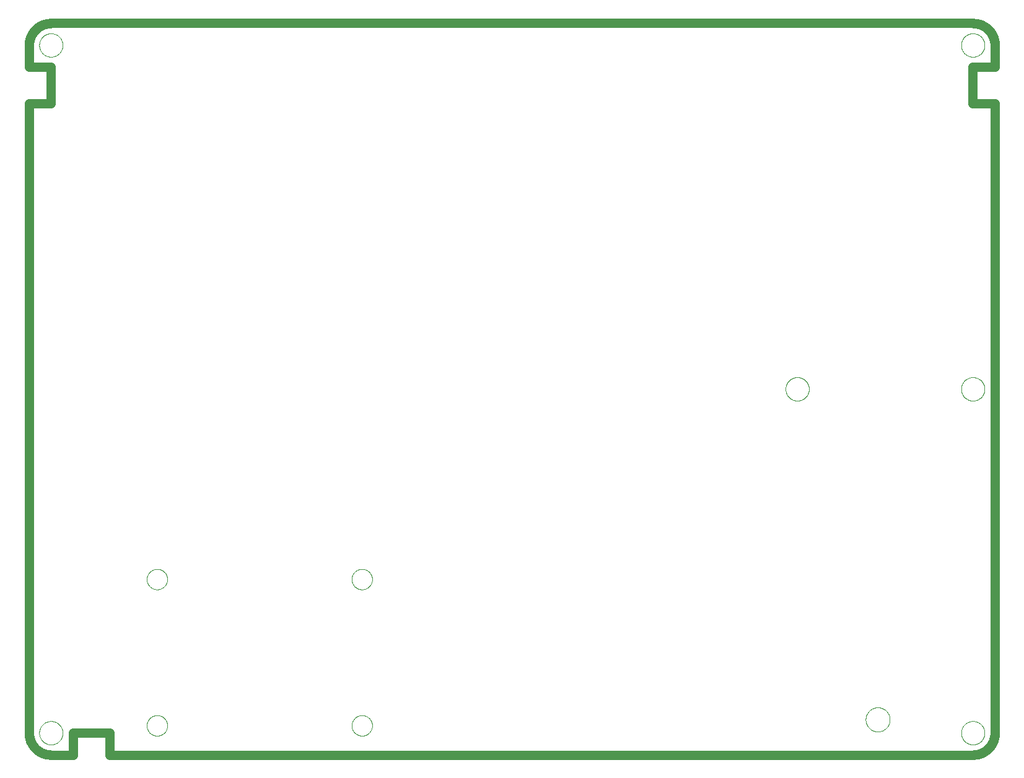
<source format=gbo>
G75*
%MOIN*%
%OFA0B0*%
%FSLAX25Y25*%
%IPPOS*%
%LPD*%
%AMOC8*
5,1,8,0,0,1.08239X$1,22.5*
%
%ADD10C,0.05000*%
%ADD11C,0.00000*%
D10*
X0006738Y0015563D02*
X0006738Y0354146D01*
X0018549Y0354146D01*
X0018549Y0373831D01*
X0006738Y0373831D01*
X0006738Y0385642D01*
X0006741Y0385927D01*
X0006752Y0386213D01*
X0006769Y0386498D01*
X0006793Y0386782D01*
X0006824Y0387066D01*
X0006862Y0387349D01*
X0006907Y0387630D01*
X0006958Y0387911D01*
X0007016Y0388191D01*
X0007081Y0388469D01*
X0007153Y0388745D01*
X0007231Y0389019D01*
X0007316Y0389292D01*
X0007408Y0389562D01*
X0007506Y0389830D01*
X0007610Y0390096D01*
X0007721Y0390359D01*
X0007838Y0390619D01*
X0007961Y0390877D01*
X0008091Y0391131D01*
X0008227Y0391382D01*
X0008368Y0391630D01*
X0008516Y0391874D01*
X0008669Y0392115D01*
X0008829Y0392351D01*
X0008994Y0392584D01*
X0009164Y0392813D01*
X0009340Y0393038D01*
X0009522Y0393258D01*
X0009708Y0393474D01*
X0009900Y0393685D01*
X0010097Y0393892D01*
X0010299Y0394094D01*
X0010506Y0394291D01*
X0010717Y0394483D01*
X0010933Y0394669D01*
X0011153Y0394851D01*
X0011378Y0395027D01*
X0011607Y0395197D01*
X0011840Y0395362D01*
X0012076Y0395522D01*
X0012317Y0395675D01*
X0012561Y0395823D01*
X0012809Y0395964D01*
X0013060Y0396100D01*
X0013314Y0396230D01*
X0013572Y0396353D01*
X0013832Y0396470D01*
X0014095Y0396581D01*
X0014361Y0396685D01*
X0014629Y0396783D01*
X0014899Y0396875D01*
X0015172Y0396960D01*
X0015446Y0397038D01*
X0015722Y0397110D01*
X0016000Y0397175D01*
X0016280Y0397233D01*
X0016561Y0397284D01*
X0016842Y0397329D01*
X0017125Y0397367D01*
X0017409Y0397398D01*
X0017693Y0397422D01*
X0017978Y0397439D01*
X0018264Y0397450D01*
X0018549Y0397453D01*
X0514612Y0397453D01*
X0514897Y0397450D01*
X0515183Y0397439D01*
X0515468Y0397422D01*
X0515752Y0397398D01*
X0516036Y0397367D01*
X0516319Y0397329D01*
X0516600Y0397284D01*
X0516881Y0397233D01*
X0517161Y0397175D01*
X0517439Y0397110D01*
X0517715Y0397038D01*
X0517989Y0396960D01*
X0518262Y0396875D01*
X0518532Y0396783D01*
X0518800Y0396685D01*
X0519066Y0396581D01*
X0519329Y0396470D01*
X0519589Y0396353D01*
X0519847Y0396230D01*
X0520101Y0396100D01*
X0520352Y0395964D01*
X0520600Y0395823D01*
X0520844Y0395675D01*
X0521085Y0395522D01*
X0521321Y0395362D01*
X0521554Y0395197D01*
X0521783Y0395027D01*
X0522008Y0394851D01*
X0522228Y0394669D01*
X0522444Y0394483D01*
X0522655Y0394291D01*
X0522862Y0394094D01*
X0523064Y0393892D01*
X0523261Y0393685D01*
X0523453Y0393474D01*
X0523639Y0393258D01*
X0523821Y0393038D01*
X0523997Y0392813D01*
X0524167Y0392584D01*
X0524332Y0392351D01*
X0524492Y0392115D01*
X0524645Y0391874D01*
X0524793Y0391630D01*
X0524934Y0391382D01*
X0525070Y0391131D01*
X0525200Y0390877D01*
X0525323Y0390619D01*
X0525440Y0390359D01*
X0525551Y0390096D01*
X0525655Y0389830D01*
X0525753Y0389562D01*
X0525845Y0389292D01*
X0525930Y0389019D01*
X0526008Y0388745D01*
X0526080Y0388469D01*
X0526145Y0388191D01*
X0526203Y0387911D01*
X0526254Y0387630D01*
X0526299Y0387349D01*
X0526337Y0387066D01*
X0526368Y0386782D01*
X0526392Y0386498D01*
X0526409Y0386213D01*
X0526420Y0385927D01*
X0526423Y0385642D01*
X0526423Y0373831D01*
X0514612Y0373831D01*
X0514612Y0354146D01*
X0526423Y0354146D01*
X0526423Y0015563D01*
X0526420Y0015278D01*
X0526409Y0014992D01*
X0526392Y0014707D01*
X0526368Y0014423D01*
X0526337Y0014139D01*
X0526299Y0013856D01*
X0526254Y0013575D01*
X0526203Y0013294D01*
X0526145Y0013014D01*
X0526080Y0012736D01*
X0526008Y0012460D01*
X0525930Y0012186D01*
X0525845Y0011913D01*
X0525753Y0011643D01*
X0525655Y0011375D01*
X0525551Y0011109D01*
X0525440Y0010846D01*
X0525323Y0010586D01*
X0525200Y0010328D01*
X0525070Y0010074D01*
X0524934Y0009823D01*
X0524793Y0009575D01*
X0524645Y0009331D01*
X0524492Y0009090D01*
X0524332Y0008854D01*
X0524167Y0008621D01*
X0523997Y0008392D01*
X0523821Y0008167D01*
X0523639Y0007947D01*
X0523453Y0007731D01*
X0523261Y0007520D01*
X0523064Y0007313D01*
X0522862Y0007111D01*
X0522655Y0006914D01*
X0522444Y0006722D01*
X0522228Y0006536D01*
X0522008Y0006354D01*
X0521783Y0006178D01*
X0521554Y0006008D01*
X0521321Y0005843D01*
X0521085Y0005683D01*
X0520844Y0005530D01*
X0520600Y0005382D01*
X0520352Y0005241D01*
X0520101Y0005105D01*
X0519847Y0004975D01*
X0519589Y0004852D01*
X0519329Y0004735D01*
X0519066Y0004624D01*
X0518800Y0004520D01*
X0518532Y0004422D01*
X0518262Y0004330D01*
X0517989Y0004245D01*
X0517715Y0004167D01*
X0517439Y0004095D01*
X0517161Y0004030D01*
X0516881Y0003972D01*
X0516600Y0003921D01*
X0516319Y0003876D01*
X0516036Y0003838D01*
X0515752Y0003807D01*
X0515468Y0003783D01*
X0515183Y0003766D01*
X0514897Y0003755D01*
X0514612Y0003752D01*
X0050045Y0003752D01*
X0050045Y0015563D01*
X0030360Y0015563D01*
X0030360Y0003752D01*
X0018549Y0003752D01*
X0018264Y0003755D01*
X0017978Y0003766D01*
X0017693Y0003783D01*
X0017409Y0003807D01*
X0017125Y0003838D01*
X0016842Y0003876D01*
X0016561Y0003921D01*
X0016280Y0003972D01*
X0016000Y0004030D01*
X0015722Y0004095D01*
X0015446Y0004167D01*
X0015172Y0004245D01*
X0014899Y0004330D01*
X0014629Y0004422D01*
X0014361Y0004520D01*
X0014095Y0004624D01*
X0013832Y0004735D01*
X0013572Y0004852D01*
X0013314Y0004975D01*
X0013060Y0005105D01*
X0012809Y0005241D01*
X0012561Y0005382D01*
X0012317Y0005530D01*
X0012076Y0005683D01*
X0011840Y0005843D01*
X0011607Y0006008D01*
X0011378Y0006178D01*
X0011153Y0006354D01*
X0010933Y0006536D01*
X0010717Y0006722D01*
X0010506Y0006914D01*
X0010299Y0007111D01*
X0010097Y0007313D01*
X0009900Y0007520D01*
X0009708Y0007731D01*
X0009522Y0007947D01*
X0009340Y0008167D01*
X0009164Y0008392D01*
X0008994Y0008621D01*
X0008829Y0008854D01*
X0008669Y0009090D01*
X0008516Y0009331D01*
X0008368Y0009575D01*
X0008227Y0009823D01*
X0008091Y0010074D01*
X0007961Y0010328D01*
X0007838Y0010586D01*
X0007721Y0010846D01*
X0007610Y0011109D01*
X0007506Y0011375D01*
X0007408Y0011643D01*
X0007316Y0011913D01*
X0007231Y0012186D01*
X0007153Y0012460D01*
X0007081Y0012736D01*
X0007016Y0013014D01*
X0006958Y0013294D01*
X0006907Y0013575D01*
X0006862Y0013856D01*
X0006824Y0014139D01*
X0006793Y0014423D01*
X0006769Y0014707D01*
X0006752Y0014992D01*
X0006741Y0015278D01*
X0006738Y0015563D01*
D11*
X0012250Y0015563D02*
X0012252Y0015721D01*
X0012258Y0015879D01*
X0012268Y0016037D01*
X0012282Y0016195D01*
X0012300Y0016352D01*
X0012321Y0016509D01*
X0012347Y0016665D01*
X0012377Y0016821D01*
X0012410Y0016976D01*
X0012448Y0017129D01*
X0012489Y0017282D01*
X0012534Y0017434D01*
X0012583Y0017585D01*
X0012636Y0017734D01*
X0012692Y0017882D01*
X0012752Y0018028D01*
X0012816Y0018173D01*
X0012884Y0018316D01*
X0012955Y0018458D01*
X0013029Y0018598D01*
X0013107Y0018735D01*
X0013189Y0018871D01*
X0013273Y0019005D01*
X0013362Y0019136D01*
X0013453Y0019265D01*
X0013548Y0019392D01*
X0013645Y0019517D01*
X0013746Y0019639D01*
X0013850Y0019758D01*
X0013957Y0019875D01*
X0014067Y0019989D01*
X0014180Y0020100D01*
X0014295Y0020209D01*
X0014413Y0020314D01*
X0014534Y0020416D01*
X0014657Y0020516D01*
X0014783Y0020612D01*
X0014911Y0020705D01*
X0015041Y0020795D01*
X0015174Y0020881D01*
X0015309Y0020965D01*
X0015445Y0021044D01*
X0015584Y0021121D01*
X0015725Y0021193D01*
X0015867Y0021263D01*
X0016011Y0021328D01*
X0016157Y0021390D01*
X0016304Y0021448D01*
X0016453Y0021503D01*
X0016603Y0021554D01*
X0016754Y0021601D01*
X0016906Y0021644D01*
X0017059Y0021683D01*
X0017214Y0021719D01*
X0017369Y0021750D01*
X0017525Y0021778D01*
X0017681Y0021802D01*
X0017838Y0021822D01*
X0017996Y0021838D01*
X0018153Y0021850D01*
X0018312Y0021858D01*
X0018470Y0021862D01*
X0018628Y0021862D01*
X0018786Y0021858D01*
X0018945Y0021850D01*
X0019102Y0021838D01*
X0019260Y0021822D01*
X0019417Y0021802D01*
X0019573Y0021778D01*
X0019729Y0021750D01*
X0019884Y0021719D01*
X0020039Y0021683D01*
X0020192Y0021644D01*
X0020344Y0021601D01*
X0020495Y0021554D01*
X0020645Y0021503D01*
X0020794Y0021448D01*
X0020941Y0021390D01*
X0021087Y0021328D01*
X0021231Y0021263D01*
X0021373Y0021193D01*
X0021514Y0021121D01*
X0021653Y0021044D01*
X0021789Y0020965D01*
X0021924Y0020881D01*
X0022057Y0020795D01*
X0022187Y0020705D01*
X0022315Y0020612D01*
X0022441Y0020516D01*
X0022564Y0020416D01*
X0022685Y0020314D01*
X0022803Y0020209D01*
X0022918Y0020100D01*
X0023031Y0019989D01*
X0023141Y0019875D01*
X0023248Y0019758D01*
X0023352Y0019639D01*
X0023453Y0019517D01*
X0023550Y0019392D01*
X0023645Y0019265D01*
X0023736Y0019136D01*
X0023825Y0019005D01*
X0023909Y0018871D01*
X0023991Y0018735D01*
X0024069Y0018598D01*
X0024143Y0018458D01*
X0024214Y0018316D01*
X0024282Y0018173D01*
X0024346Y0018028D01*
X0024406Y0017882D01*
X0024462Y0017734D01*
X0024515Y0017585D01*
X0024564Y0017434D01*
X0024609Y0017282D01*
X0024650Y0017129D01*
X0024688Y0016976D01*
X0024721Y0016821D01*
X0024751Y0016665D01*
X0024777Y0016509D01*
X0024798Y0016352D01*
X0024816Y0016195D01*
X0024830Y0016037D01*
X0024840Y0015879D01*
X0024846Y0015721D01*
X0024848Y0015563D01*
X0024846Y0015405D01*
X0024840Y0015247D01*
X0024830Y0015089D01*
X0024816Y0014931D01*
X0024798Y0014774D01*
X0024777Y0014617D01*
X0024751Y0014461D01*
X0024721Y0014305D01*
X0024688Y0014150D01*
X0024650Y0013997D01*
X0024609Y0013844D01*
X0024564Y0013692D01*
X0024515Y0013541D01*
X0024462Y0013392D01*
X0024406Y0013244D01*
X0024346Y0013098D01*
X0024282Y0012953D01*
X0024214Y0012810D01*
X0024143Y0012668D01*
X0024069Y0012528D01*
X0023991Y0012391D01*
X0023909Y0012255D01*
X0023825Y0012121D01*
X0023736Y0011990D01*
X0023645Y0011861D01*
X0023550Y0011734D01*
X0023453Y0011609D01*
X0023352Y0011487D01*
X0023248Y0011368D01*
X0023141Y0011251D01*
X0023031Y0011137D01*
X0022918Y0011026D01*
X0022803Y0010917D01*
X0022685Y0010812D01*
X0022564Y0010710D01*
X0022441Y0010610D01*
X0022315Y0010514D01*
X0022187Y0010421D01*
X0022057Y0010331D01*
X0021924Y0010245D01*
X0021789Y0010161D01*
X0021653Y0010082D01*
X0021514Y0010005D01*
X0021373Y0009933D01*
X0021231Y0009863D01*
X0021087Y0009798D01*
X0020941Y0009736D01*
X0020794Y0009678D01*
X0020645Y0009623D01*
X0020495Y0009572D01*
X0020344Y0009525D01*
X0020192Y0009482D01*
X0020039Y0009443D01*
X0019884Y0009407D01*
X0019729Y0009376D01*
X0019573Y0009348D01*
X0019417Y0009324D01*
X0019260Y0009304D01*
X0019102Y0009288D01*
X0018945Y0009276D01*
X0018786Y0009268D01*
X0018628Y0009264D01*
X0018470Y0009264D01*
X0018312Y0009268D01*
X0018153Y0009276D01*
X0017996Y0009288D01*
X0017838Y0009304D01*
X0017681Y0009324D01*
X0017525Y0009348D01*
X0017369Y0009376D01*
X0017214Y0009407D01*
X0017059Y0009443D01*
X0016906Y0009482D01*
X0016754Y0009525D01*
X0016603Y0009572D01*
X0016453Y0009623D01*
X0016304Y0009678D01*
X0016157Y0009736D01*
X0016011Y0009798D01*
X0015867Y0009863D01*
X0015725Y0009933D01*
X0015584Y0010005D01*
X0015445Y0010082D01*
X0015309Y0010161D01*
X0015174Y0010245D01*
X0015041Y0010331D01*
X0014911Y0010421D01*
X0014783Y0010514D01*
X0014657Y0010610D01*
X0014534Y0010710D01*
X0014413Y0010812D01*
X0014295Y0010917D01*
X0014180Y0011026D01*
X0014067Y0011137D01*
X0013957Y0011251D01*
X0013850Y0011368D01*
X0013746Y0011487D01*
X0013645Y0011609D01*
X0013548Y0011734D01*
X0013453Y0011861D01*
X0013362Y0011990D01*
X0013273Y0012121D01*
X0013189Y0012255D01*
X0013107Y0012391D01*
X0013029Y0012528D01*
X0012955Y0012668D01*
X0012884Y0012810D01*
X0012816Y0012953D01*
X0012752Y0013098D01*
X0012692Y0013244D01*
X0012636Y0013392D01*
X0012583Y0013541D01*
X0012534Y0013692D01*
X0012489Y0013844D01*
X0012448Y0013997D01*
X0012410Y0014150D01*
X0012377Y0014305D01*
X0012347Y0014461D01*
X0012321Y0014617D01*
X0012300Y0014774D01*
X0012282Y0014931D01*
X0012268Y0015089D01*
X0012258Y0015247D01*
X0012252Y0015405D01*
X0012250Y0015563D01*
X0070124Y0019500D02*
X0070126Y0019648D01*
X0070132Y0019796D01*
X0070142Y0019944D01*
X0070156Y0020091D01*
X0070174Y0020238D01*
X0070195Y0020384D01*
X0070221Y0020530D01*
X0070251Y0020675D01*
X0070284Y0020819D01*
X0070322Y0020962D01*
X0070363Y0021104D01*
X0070408Y0021245D01*
X0070456Y0021385D01*
X0070509Y0021524D01*
X0070565Y0021661D01*
X0070625Y0021796D01*
X0070688Y0021930D01*
X0070755Y0022062D01*
X0070826Y0022192D01*
X0070900Y0022320D01*
X0070977Y0022446D01*
X0071058Y0022570D01*
X0071142Y0022692D01*
X0071229Y0022811D01*
X0071320Y0022928D01*
X0071414Y0023043D01*
X0071510Y0023155D01*
X0071610Y0023265D01*
X0071712Y0023371D01*
X0071818Y0023475D01*
X0071926Y0023576D01*
X0072037Y0023674D01*
X0072150Y0023770D01*
X0072266Y0023862D01*
X0072384Y0023951D01*
X0072505Y0024036D01*
X0072628Y0024119D01*
X0072753Y0024198D01*
X0072880Y0024274D01*
X0073009Y0024346D01*
X0073140Y0024415D01*
X0073273Y0024480D01*
X0073408Y0024541D01*
X0073544Y0024599D01*
X0073681Y0024654D01*
X0073820Y0024704D01*
X0073961Y0024751D01*
X0074102Y0024794D01*
X0074245Y0024834D01*
X0074389Y0024869D01*
X0074533Y0024901D01*
X0074679Y0024928D01*
X0074825Y0024952D01*
X0074972Y0024972D01*
X0075119Y0024988D01*
X0075266Y0025000D01*
X0075414Y0025008D01*
X0075562Y0025012D01*
X0075710Y0025012D01*
X0075858Y0025008D01*
X0076006Y0025000D01*
X0076153Y0024988D01*
X0076300Y0024972D01*
X0076447Y0024952D01*
X0076593Y0024928D01*
X0076739Y0024901D01*
X0076883Y0024869D01*
X0077027Y0024834D01*
X0077170Y0024794D01*
X0077311Y0024751D01*
X0077452Y0024704D01*
X0077591Y0024654D01*
X0077728Y0024599D01*
X0077864Y0024541D01*
X0077999Y0024480D01*
X0078132Y0024415D01*
X0078263Y0024346D01*
X0078392Y0024274D01*
X0078519Y0024198D01*
X0078644Y0024119D01*
X0078767Y0024036D01*
X0078888Y0023951D01*
X0079006Y0023862D01*
X0079122Y0023770D01*
X0079235Y0023674D01*
X0079346Y0023576D01*
X0079454Y0023475D01*
X0079560Y0023371D01*
X0079662Y0023265D01*
X0079762Y0023155D01*
X0079858Y0023043D01*
X0079952Y0022928D01*
X0080043Y0022811D01*
X0080130Y0022692D01*
X0080214Y0022570D01*
X0080295Y0022446D01*
X0080372Y0022320D01*
X0080446Y0022192D01*
X0080517Y0022062D01*
X0080584Y0021930D01*
X0080647Y0021796D01*
X0080707Y0021661D01*
X0080763Y0021524D01*
X0080816Y0021385D01*
X0080864Y0021245D01*
X0080909Y0021104D01*
X0080950Y0020962D01*
X0080988Y0020819D01*
X0081021Y0020675D01*
X0081051Y0020530D01*
X0081077Y0020384D01*
X0081098Y0020238D01*
X0081116Y0020091D01*
X0081130Y0019944D01*
X0081140Y0019796D01*
X0081146Y0019648D01*
X0081148Y0019500D01*
X0081146Y0019352D01*
X0081140Y0019204D01*
X0081130Y0019056D01*
X0081116Y0018909D01*
X0081098Y0018762D01*
X0081077Y0018616D01*
X0081051Y0018470D01*
X0081021Y0018325D01*
X0080988Y0018181D01*
X0080950Y0018038D01*
X0080909Y0017896D01*
X0080864Y0017755D01*
X0080816Y0017615D01*
X0080763Y0017476D01*
X0080707Y0017339D01*
X0080647Y0017204D01*
X0080584Y0017070D01*
X0080517Y0016938D01*
X0080446Y0016808D01*
X0080372Y0016680D01*
X0080295Y0016554D01*
X0080214Y0016430D01*
X0080130Y0016308D01*
X0080043Y0016189D01*
X0079952Y0016072D01*
X0079858Y0015957D01*
X0079762Y0015845D01*
X0079662Y0015735D01*
X0079560Y0015629D01*
X0079454Y0015525D01*
X0079346Y0015424D01*
X0079235Y0015326D01*
X0079122Y0015230D01*
X0079006Y0015138D01*
X0078888Y0015049D01*
X0078767Y0014964D01*
X0078644Y0014881D01*
X0078519Y0014802D01*
X0078392Y0014726D01*
X0078263Y0014654D01*
X0078132Y0014585D01*
X0077999Y0014520D01*
X0077864Y0014459D01*
X0077728Y0014401D01*
X0077591Y0014346D01*
X0077452Y0014296D01*
X0077311Y0014249D01*
X0077170Y0014206D01*
X0077027Y0014166D01*
X0076883Y0014131D01*
X0076739Y0014099D01*
X0076593Y0014072D01*
X0076447Y0014048D01*
X0076300Y0014028D01*
X0076153Y0014012D01*
X0076006Y0014000D01*
X0075858Y0013992D01*
X0075710Y0013988D01*
X0075562Y0013988D01*
X0075414Y0013992D01*
X0075266Y0014000D01*
X0075119Y0014012D01*
X0074972Y0014028D01*
X0074825Y0014048D01*
X0074679Y0014072D01*
X0074533Y0014099D01*
X0074389Y0014131D01*
X0074245Y0014166D01*
X0074102Y0014206D01*
X0073961Y0014249D01*
X0073820Y0014296D01*
X0073681Y0014346D01*
X0073544Y0014401D01*
X0073408Y0014459D01*
X0073273Y0014520D01*
X0073140Y0014585D01*
X0073009Y0014654D01*
X0072880Y0014726D01*
X0072753Y0014802D01*
X0072628Y0014881D01*
X0072505Y0014964D01*
X0072384Y0015049D01*
X0072266Y0015138D01*
X0072150Y0015230D01*
X0072037Y0015326D01*
X0071926Y0015424D01*
X0071818Y0015525D01*
X0071712Y0015629D01*
X0071610Y0015735D01*
X0071510Y0015845D01*
X0071414Y0015957D01*
X0071320Y0016072D01*
X0071229Y0016189D01*
X0071142Y0016308D01*
X0071058Y0016430D01*
X0070977Y0016554D01*
X0070900Y0016680D01*
X0070826Y0016808D01*
X0070755Y0016938D01*
X0070688Y0017070D01*
X0070625Y0017204D01*
X0070565Y0017339D01*
X0070509Y0017476D01*
X0070456Y0017615D01*
X0070408Y0017755D01*
X0070363Y0017896D01*
X0070322Y0018038D01*
X0070284Y0018181D01*
X0070251Y0018325D01*
X0070221Y0018470D01*
X0070195Y0018616D01*
X0070174Y0018762D01*
X0070156Y0018909D01*
X0070142Y0019056D01*
X0070132Y0019204D01*
X0070126Y0019352D01*
X0070124Y0019500D01*
X0070124Y0098240D02*
X0070126Y0098388D01*
X0070132Y0098536D01*
X0070142Y0098684D01*
X0070156Y0098831D01*
X0070174Y0098978D01*
X0070195Y0099124D01*
X0070221Y0099270D01*
X0070251Y0099415D01*
X0070284Y0099559D01*
X0070322Y0099702D01*
X0070363Y0099844D01*
X0070408Y0099985D01*
X0070456Y0100125D01*
X0070509Y0100264D01*
X0070565Y0100401D01*
X0070625Y0100536D01*
X0070688Y0100670D01*
X0070755Y0100802D01*
X0070826Y0100932D01*
X0070900Y0101060D01*
X0070977Y0101186D01*
X0071058Y0101310D01*
X0071142Y0101432D01*
X0071229Y0101551D01*
X0071320Y0101668D01*
X0071414Y0101783D01*
X0071510Y0101895D01*
X0071610Y0102005D01*
X0071712Y0102111D01*
X0071818Y0102215D01*
X0071926Y0102316D01*
X0072037Y0102414D01*
X0072150Y0102510D01*
X0072266Y0102602D01*
X0072384Y0102691D01*
X0072505Y0102776D01*
X0072628Y0102859D01*
X0072753Y0102938D01*
X0072880Y0103014D01*
X0073009Y0103086D01*
X0073140Y0103155D01*
X0073273Y0103220D01*
X0073408Y0103281D01*
X0073544Y0103339D01*
X0073681Y0103394D01*
X0073820Y0103444D01*
X0073961Y0103491D01*
X0074102Y0103534D01*
X0074245Y0103574D01*
X0074389Y0103609D01*
X0074533Y0103641D01*
X0074679Y0103668D01*
X0074825Y0103692D01*
X0074972Y0103712D01*
X0075119Y0103728D01*
X0075266Y0103740D01*
X0075414Y0103748D01*
X0075562Y0103752D01*
X0075710Y0103752D01*
X0075858Y0103748D01*
X0076006Y0103740D01*
X0076153Y0103728D01*
X0076300Y0103712D01*
X0076447Y0103692D01*
X0076593Y0103668D01*
X0076739Y0103641D01*
X0076883Y0103609D01*
X0077027Y0103574D01*
X0077170Y0103534D01*
X0077311Y0103491D01*
X0077452Y0103444D01*
X0077591Y0103394D01*
X0077728Y0103339D01*
X0077864Y0103281D01*
X0077999Y0103220D01*
X0078132Y0103155D01*
X0078263Y0103086D01*
X0078392Y0103014D01*
X0078519Y0102938D01*
X0078644Y0102859D01*
X0078767Y0102776D01*
X0078888Y0102691D01*
X0079006Y0102602D01*
X0079122Y0102510D01*
X0079235Y0102414D01*
X0079346Y0102316D01*
X0079454Y0102215D01*
X0079560Y0102111D01*
X0079662Y0102005D01*
X0079762Y0101895D01*
X0079858Y0101783D01*
X0079952Y0101668D01*
X0080043Y0101551D01*
X0080130Y0101432D01*
X0080214Y0101310D01*
X0080295Y0101186D01*
X0080372Y0101060D01*
X0080446Y0100932D01*
X0080517Y0100802D01*
X0080584Y0100670D01*
X0080647Y0100536D01*
X0080707Y0100401D01*
X0080763Y0100264D01*
X0080816Y0100125D01*
X0080864Y0099985D01*
X0080909Y0099844D01*
X0080950Y0099702D01*
X0080988Y0099559D01*
X0081021Y0099415D01*
X0081051Y0099270D01*
X0081077Y0099124D01*
X0081098Y0098978D01*
X0081116Y0098831D01*
X0081130Y0098684D01*
X0081140Y0098536D01*
X0081146Y0098388D01*
X0081148Y0098240D01*
X0081146Y0098092D01*
X0081140Y0097944D01*
X0081130Y0097796D01*
X0081116Y0097649D01*
X0081098Y0097502D01*
X0081077Y0097356D01*
X0081051Y0097210D01*
X0081021Y0097065D01*
X0080988Y0096921D01*
X0080950Y0096778D01*
X0080909Y0096636D01*
X0080864Y0096495D01*
X0080816Y0096355D01*
X0080763Y0096216D01*
X0080707Y0096079D01*
X0080647Y0095944D01*
X0080584Y0095810D01*
X0080517Y0095678D01*
X0080446Y0095548D01*
X0080372Y0095420D01*
X0080295Y0095294D01*
X0080214Y0095170D01*
X0080130Y0095048D01*
X0080043Y0094929D01*
X0079952Y0094812D01*
X0079858Y0094697D01*
X0079762Y0094585D01*
X0079662Y0094475D01*
X0079560Y0094369D01*
X0079454Y0094265D01*
X0079346Y0094164D01*
X0079235Y0094066D01*
X0079122Y0093970D01*
X0079006Y0093878D01*
X0078888Y0093789D01*
X0078767Y0093704D01*
X0078644Y0093621D01*
X0078519Y0093542D01*
X0078392Y0093466D01*
X0078263Y0093394D01*
X0078132Y0093325D01*
X0077999Y0093260D01*
X0077864Y0093199D01*
X0077728Y0093141D01*
X0077591Y0093086D01*
X0077452Y0093036D01*
X0077311Y0092989D01*
X0077170Y0092946D01*
X0077027Y0092906D01*
X0076883Y0092871D01*
X0076739Y0092839D01*
X0076593Y0092812D01*
X0076447Y0092788D01*
X0076300Y0092768D01*
X0076153Y0092752D01*
X0076006Y0092740D01*
X0075858Y0092732D01*
X0075710Y0092728D01*
X0075562Y0092728D01*
X0075414Y0092732D01*
X0075266Y0092740D01*
X0075119Y0092752D01*
X0074972Y0092768D01*
X0074825Y0092788D01*
X0074679Y0092812D01*
X0074533Y0092839D01*
X0074389Y0092871D01*
X0074245Y0092906D01*
X0074102Y0092946D01*
X0073961Y0092989D01*
X0073820Y0093036D01*
X0073681Y0093086D01*
X0073544Y0093141D01*
X0073408Y0093199D01*
X0073273Y0093260D01*
X0073140Y0093325D01*
X0073009Y0093394D01*
X0072880Y0093466D01*
X0072753Y0093542D01*
X0072628Y0093621D01*
X0072505Y0093704D01*
X0072384Y0093789D01*
X0072266Y0093878D01*
X0072150Y0093970D01*
X0072037Y0094066D01*
X0071926Y0094164D01*
X0071818Y0094265D01*
X0071712Y0094369D01*
X0071610Y0094475D01*
X0071510Y0094585D01*
X0071414Y0094697D01*
X0071320Y0094812D01*
X0071229Y0094929D01*
X0071142Y0095048D01*
X0071058Y0095170D01*
X0070977Y0095294D01*
X0070900Y0095420D01*
X0070826Y0095548D01*
X0070755Y0095678D01*
X0070688Y0095810D01*
X0070625Y0095944D01*
X0070565Y0096079D01*
X0070509Y0096216D01*
X0070456Y0096355D01*
X0070408Y0096495D01*
X0070363Y0096636D01*
X0070322Y0096778D01*
X0070284Y0096921D01*
X0070251Y0097065D01*
X0070221Y0097210D01*
X0070195Y0097356D01*
X0070174Y0097502D01*
X0070156Y0097649D01*
X0070142Y0097796D01*
X0070132Y0097944D01*
X0070126Y0098092D01*
X0070124Y0098240D01*
X0180360Y0098240D02*
X0180362Y0098388D01*
X0180368Y0098536D01*
X0180378Y0098684D01*
X0180392Y0098831D01*
X0180410Y0098978D01*
X0180431Y0099124D01*
X0180457Y0099270D01*
X0180487Y0099415D01*
X0180520Y0099559D01*
X0180558Y0099702D01*
X0180599Y0099844D01*
X0180644Y0099985D01*
X0180692Y0100125D01*
X0180745Y0100264D01*
X0180801Y0100401D01*
X0180861Y0100536D01*
X0180924Y0100670D01*
X0180991Y0100802D01*
X0181062Y0100932D01*
X0181136Y0101060D01*
X0181213Y0101186D01*
X0181294Y0101310D01*
X0181378Y0101432D01*
X0181465Y0101551D01*
X0181556Y0101668D01*
X0181650Y0101783D01*
X0181746Y0101895D01*
X0181846Y0102005D01*
X0181948Y0102111D01*
X0182054Y0102215D01*
X0182162Y0102316D01*
X0182273Y0102414D01*
X0182386Y0102510D01*
X0182502Y0102602D01*
X0182620Y0102691D01*
X0182741Y0102776D01*
X0182864Y0102859D01*
X0182989Y0102938D01*
X0183116Y0103014D01*
X0183245Y0103086D01*
X0183376Y0103155D01*
X0183509Y0103220D01*
X0183644Y0103281D01*
X0183780Y0103339D01*
X0183917Y0103394D01*
X0184056Y0103444D01*
X0184197Y0103491D01*
X0184338Y0103534D01*
X0184481Y0103574D01*
X0184625Y0103609D01*
X0184769Y0103641D01*
X0184915Y0103668D01*
X0185061Y0103692D01*
X0185208Y0103712D01*
X0185355Y0103728D01*
X0185502Y0103740D01*
X0185650Y0103748D01*
X0185798Y0103752D01*
X0185946Y0103752D01*
X0186094Y0103748D01*
X0186242Y0103740D01*
X0186389Y0103728D01*
X0186536Y0103712D01*
X0186683Y0103692D01*
X0186829Y0103668D01*
X0186975Y0103641D01*
X0187119Y0103609D01*
X0187263Y0103574D01*
X0187406Y0103534D01*
X0187547Y0103491D01*
X0187688Y0103444D01*
X0187827Y0103394D01*
X0187964Y0103339D01*
X0188100Y0103281D01*
X0188235Y0103220D01*
X0188368Y0103155D01*
X0188499Y0103086D01*
X0188628Y0103014D01*
X0188755Y0102938D01*
X0188880Y0102859D01*
X0189003Y0102776D01*
X0189124Y0102691D01*
X0189242Y0102602D01*
X0189358Y0102510D01*
X0189471Y0102414D01*
X0189582Y0102316D01*
X0189690Y0102215D01*
X0189796Y0102111D01*
X0189898Y0102005D01*
X0189998Y0101895D01*
X0190094Y0101783D01*
X0190188Y0101668D01*
X0190279Y0101551D01*
X0190366Y0101432D01*
X0190450Y0101310D01*
X0190531Y0101186D01*
X0190608Y0101060D01*
X0190682Y0100932D01*
X0190753Y0100802D01*
X0190820Y0100670D01*
X0190883Y0100536D01*
X0190943Y0100401D01*
X0190999Y0100264D01*
X0191052Y0100125D01*
X0191100Y0099985D01*
X0191145Y0099844D01*
X0191186Y0099702D01*
X0191224Y0099559D01*
X0191257Y0099415D01*
X0191287Y0099270D01*
X0191313Y0099124D01*
X0191334Y0098978D01*
X0191352Y0098831D01*
X0191366Y0098684D01*
X0191376Y0098536D01*
X0191382Y0098388D01*
X0191384Y0098240D01*
X0191382Y0098092D01*
X0191376Y0097944D01*
X0191366Y0097796D01*
X0191352Y0097649D01*
X0191334Y0097502D01*
X0191313Y0097356D01*
X0191287Y0097210D01*
X0191257Y0097065D01*
X0191224Y0096921D01*
X0191186Y0096778D01*
X0191145Y0096636D01*
X0191100Y0096495D01*
X0191052Y0096355D01*
X0190999Y0096216D01*
X0190943Y0096079D01*
X0190883Y0095944D01*
X0190820Y0095810D01*
X0190753Y0095678D01*
X0190682Y0095548D01*
X0190608Y0095420D01*
X0190531Y0095294D01*
X0190450Y0095170D01*
X0190366Y0095048D01*
X0190279Y0094929D01*
X0190188Y0094812D01*
X0190094Y0094697D01*
X0189998Y0094585D01*
X0189898Y0094475D01*
X0189796Y0094369D01*
X0189690Y0094265D01*
X0189582Y0094164D01*
X0189471Y0094066D01*
X0189358Y0093970D01*
X0189242Y0093878D01*
X0189124Y0093789D01*
X0189003Y0093704D01*
X0188880Y0093621D01*
X0188755Y0093542D01*
X0188628Y0093466D01*
X0188499Y0093394D01*
X0188368Y0093325D01*
X0188235Y0093260D01*
X0188100Y0093199D01*
X0187964Y0093141D01*
X0187827Y0093086D01*
X0187688Y0093036D01*
X0187547Y0092989D01*
X0187406Y0092946D01*
X0187263Y0092906D01*
X0187119Y0092871D01*
X0186975Y0092839D01*
X0186829Y0092812D01*
X0186683Y0092788D01*
X0186536Y0092768D01*
X0186389Y0092752D01*
X0186242Y0092740D01*
X0186094Y0092732D01*
X0185946Y0092728D01*
X0185798Y0092728D01*
X0185650Y0092732D01*
X0185502Y0092740D01*
X0185355Y0092752D01*
X0185208Y0092768D01*
X0185061Y0092788D01*
X0184915Y0092812D01*
X0184769Y0092839D01*
X0184625Y0092871D01*
X0184481Y0092906D01*
X0184338Y0092946D01*
X0184197Y0092989D01*
X0184056Y0093036D01*
X0183917Y0093086D01*
X0183780Y0093141D01*
X0183644Y0093199D01*
X0183509Y0093260D01*
X0183376Y0093325D01*
X0183245Y0093394D01*
X0183116Y0093466D01*
X0182989Y0093542D01*
X0182864Y0093621D01*
X0182741Y0093704D01*
X0182620Y0093789D01*
X0182502Y0093878D01*
X0182386Y0093970D01*
X0182273Y0094066D01*
X0182162Y0094164D01*
X0182054Y0094265D01*
X0181948Y0094369D01*
X0181846Y0094475D01*
X0181746Y0094585D01*
X0181650Y0094697D01*
X0181556Y0094812D01*
X0181465Y0094929D01*
X0181378Y0095048D01*
X0181294Y0095170D01*
X0181213Y0095294D01*
X0181136Y0095420D01*
X0181062Y0095548D01*
X0180991Y0095678D01*
X0180924Y0095810D01*
X0180861Y0095944D01*
X0180801Y0096079D01*
X0180745Y0096216D01*
X0180692Y0096355D01*
X0180644Y0096495D01*
X0180599Y0096636D01*
X0180558Y0096778D01*
X0180520Y0096921D01*
X0180487Y0097065D01*
X0180457Y0097210D01*
X0180431Y0097356D01*
X0180410Y0097502D01*
X0180392Y0097649D01*
X0180378Y0097796D01*
X0180368Y0097944D01*
X0180362Y0098092D01*
X0180360Y0098240D01*
X0180360Y0019500D02*
X0180362Y0019648D01*
X0180368Y0019796D01*
X0180378Y0019944D01*
X0180392Y0020091D01*
X0180410Y0020238D01*
X0180431Y0020384D01*
X0180457Y0020530D01*
X0180487Y0020675D01*
X0180520Y0020819D01*
X0180558Y0020962D01*
X0180599Y0021104D01*
X0180644Y0021245D01*
X0180692Y0021385D01*
X0180745Y0021524D01*
X0180801Y0021661D01*
X0180861Y0021796D01*
X0180924Y0021930D01*
X0180991Y0022062D01*
X0181062Y0022192D01*
X0181136Y0022320D01*
X0181213Y0022446D01*
X0181294Y0022570D01*
X0181378Y0022692D01*
X0181465Y0022811D01*
X0181556Y0022928D01*
X0181650Y0023043D01*
X0181746Y0023155D01*
X0181846Y0023265D01*
X0181948Y0023371D01*
X0182054Y0023475D01*
X0182162Y0023576D01*
X0182273Y0023674D01*
X0182386Y0023770D01*
X0182502Y0023862D01*
X0182620Y0023951D01*
X0182741Y0024036D01*
X0182864Y0024119D01*
X0182989Y0024198D01*
X0183116Y0024274D01*
X0183245Y0024346D01*
X0183376Y0024415D01*
X0183509Y0024480D01*
X0183644Y0024541D01*
X0183780Y0024599D01*
X0183917Y0024654D01*
X0184056Y0024704D01*
X0184197Y0024751D01*
X0184338Y0024794D01*
X0184481Y0024834D01*
X0184625Y0024869D01*
X0184769Y0024901D01*
X0184915Y0024928D01*
X0185061Y0024952D01*
X0185208Y0024972D01*
X0185355Y0024988D01*
X0185502Y0025000D01*
X0185650Y0025008D01*
X0185798Y0025012D01*
X0185946Y0025012D01*
X0186094Y0025008D01*
X0186242Y0025000D01*
X0186389Y0024988D01*
X0186536Y0024972D01*
X0186683Y0024952D01*
X0186829Y0024928D01*
X0186975Y0024901D01*
X0187119Y0024869D01*
X0187263Y0024834D01*
X0187406Y0024794D01*
X0187547Y0024751D01*
X0187688Y0024704D01*
X0187827Y0024654D01*
X0187964Y0024599D01*
X0188100Y0024541D01*
X0188235Y0024480D01*
X0188368Y0024415D01*
X0188499Y0024346D01*
X0188628Y0024274D01*
X0188755Y0024198D01*
X0188880Y0024119D01*
X0189003Y0024036D01*
X0189124Y0023951D01*
X0189242Y0023862D01*
X0189358Y0023770D01*
X0189471Y0023674D01*
X0189582Y0023576D01*
X0189690Y0023475D01*
X0189796Y0023371D01*
X0189898Y0023265D01*
X0189998Y0023155D01*
X0190094Y0023043D01*
X0190188Y0022928D01*
X0190279Y0022811D01*
X0190366Y0022692D01*
X0190450Y0022570D01*
X0190531Y0022446D01*
X0190608Y0022320D01*
X0190682Y0022192D01*
X0190753Y0022062D01*
X0190820Y0021930D01*
X0190883Y0021796D01*
X0190943Y0021661D01*
X0190999Y0021524D01*
X0191052Y0021385D01*
X0191100Y0021245D01*
X0191145Y0021104D01*
X0191186Y0020962D01*
X0191224Y0020819D01*
X0191257Y0020675D01*
X0191287Y0020530D01*
X0191313Y0020384D01*
X0191334Y0020238D01*
X0191352Y0020091D01*
X0191366Y0019944D01*
X0191376Y0019796D01*
X0191382Y0019648D01*
X0191384Y0019500D01*
X0191382Y0019352D01*
X0191376Y0019204D01*
X0191366Y0019056D01*
X0191352Y0018909D01*
X0191334Y0018762D01*
X0191313Y0018616D01*
X0191287Y0018470D01*
X0191257Y0018325D01*
X0191224Y0018181D01*
X0191186Y0018038D01*
X0191145Y0017896D01*
X0191100Y0017755D01*
X0191052Y0017615D01*
X0190999Y0017476D01*
X0190943Y0017339D01*
X0190883Y0017204D01*
X0190820Y0017070D01*
X0190753Y0016938D01*
X0190682Y0016808D01*
X0190608Y0016680D01*
X0190531Y0016554D01*
X0190450Y0016430D01*
X0190366Y0016308D01*
X0190279Y0016189D01*
X0190188Y0016072D01*
X0190094Y0015957D01*
X0189998Y0015845D01*
X0189898Y0015735D01*
X0189796Y0015629D01*
X0189690Y0015525D01*
X0189582Y0015424D01*
X0189471Y0015326D01*
X0189358Y0015230D01*
X0189242Y0015138D01*
X0189124Y0015049D01*
X0189003Y0014964D01*
X0188880Y0014881D01*
X0188755Y0014802D01*
X0188628Y0014726D01*
X0188499Y0014654D01*
X0188368Y0014585D01*
X0188235Y0014520D01*
X0188100Y0014459D01*
X0187964Y0014401D01*
X0187827Y0014346D01*
X0187688Y0014296D01*
X0187547Y0014249D01*
X0187406Y0014206D01*
X0187263Y0014166D01*
X0187119Y0014131D01*
X0186975Y0014099D01*
X0186829Y0014072D01*
X0186683Y0014048D01*
X0186536Y0014028D01*
X0186389Y0014012D01*
X0186242Y0014000D01*
X0186094Y0013992D01*
X0185946Y0013988D01*
X0185798Y0013988D01*
X0185650Y0013992D01*
X0185502Y0014000D01*
X0185355Y0014012D01*
X0185208Y0014028D01*
X0185061Y0014048D01*
X0184915Y0014072D01*
X0184769Y0014099D01*
X0184625Y0014131D01*
X0184481Y0014166D01*
X0184338Y0014206D01*
X0184197Y0014249D01*
X0184056Y0014296D01*
X0183917Y0014346D01*
X0183780Y0014401D01*
X0183644Y0014459D01*
X0183509Y0014520D01*
X0183376Y0014585D01*
X0183245Y0014654D01*
X0183116Y0014726D01*
X0182989Y0014802D01*
X0182864Y0014881D01*
X0182741Y0014964D01*
X0182620Y0015049D01*
X0182502Y0015138D01*
X0182386Y0015230D01*
X0182273Y0015326D01*
X0182162Y0015424D01*
X0182054Y0015525D01*
X0181948Y0015629D01*
X0181846Y0015735D01*
X0181746Y0015845D01*
X0181650Y0015957D01*
X0181556Y0016072D01*
X0181465Y0016189D01*
X0181378Y0016308D01*
X0181294Y0016430D01*
X0181213Y0016554D01*
X0181136Y0016680D01*
X0181062Y0016808D01*
X0180991Y0016938D01*
X0180924Y0017070D01*
X0180861Y0017204D01*
X0180801Y0017339D01*
X0180745Y0017476D01*
X0180692Y0017615D01*
X0180644Y0017755D01*
X0180599Y0017896D01*
X0180558Y0018038D01*
X0180520Y0018181D01*
X0180487Y0018325D01*
X0180457Y0018470D01*
X0180431Y0018616D01*
X0180410Y0018762D01*
X0180392Y0018909D01*
X0180378Y0019056D01*
X0180368Y0019204D01*
X0180362Y0019352D01*
X0180360Y0019500D01*
X0413825Y0200602D02*
X0413827Y0200760D01*
X0413833Y0200918D01*
X0413843Y0201076D01*
X0413857Y0201234D01*
X0413875Y0201391D01*
X0413896Y0201548D01*
X0413922Y0201704D01*
X0413952Y0201860D01*
X0413985Y0202015D01*
X0414023Y0202168D01*
X0414064Y0202321D01*
X0414109Y0202473D01*
X0414158Y0202624D01*
X0414211Y0202773D01*
X0414267Y0202921D01*
X0414327Y0203067D01*
X0414391Y0203212D01*
X0414459Y0203355D01*
X0414530Y0203497D01*
X0414604Y0203637D01*
X0414682Y0203774D01*
X0414764Y0203910D01*
X0414848Y0204044D01*
X0414937Y0204175D01*
X0415028Y0204304D01*
X0415123Y0204431D01*
X0415220Y0204556D01*
X0415321Y0204678D01*
X0415425Y0204797D01*
X0415532Y0204914D01*
X0415642Y0205028D01*
X0415755Y0205139D01*
X0415870Y0205248D01*
X0415988Y0205353D01*
X0416109Y0205455D01*
X0416232Y0205555D01*
X0416358Y0205651D01*
X0416486Y0205744D01*
X0416616Y0205834D01*
X0416749Y0205920D01*
X0416884Y0206004D01*
X0417020Y0206083D01*
X0417159Y0206160D01*
X0417300Y0206232D01*
X0417442Y0206302D01*
X0417586Y0206367D01*
X0417732Y0206429D01*
X0417879Y0206487D01*
X0418028Y0206542D01*
X0418178Y0206593D01*
X0418329Y0206640D01*
X0418481Y0206683D01*
X0418634Y0206722D01*
X0418789Y0206758D01*
X0418944Y0206789D01*
X0419100Y0206817D01*
X0419256Y0206841D01*
X0419413Y0206861D01*
X0419571Y0206877D01*
X0419728Y0206889D01*
X0419887Y0206897D01*
X0420045Y0206901D01*
X0420203Y0206901D01*
X0420361Y0206897D01*
X0420520Y0206889D01*
X0420677Y0206877D01*
X0420835Y0206861D01*
X0420992Y0206841D01*
X0421148Y0206817D01*
X0421304Y0206789D01*
X0421459Y0206758D01*
X0421614Y0206722D01*
X0421767Y0206683D01*
X0421919Y0206640D01*
X0422070Y0206593D01*
X0422220Y0206542D01*
X0422369Y0206487D01*
X0422516Y0206429D01*
X0422662Y0206367D01*
X0422806Y0206302D01*
X0422948Y0206232D01*
X0423089Y0206160D01*
X0423228Y0206083D01*
X0423364Y0206004D01*
X0423499Y0205920D01*
X0423632Y0205834D01*
X0423762Y0205744D01*
X0423890Y0205651D01*
X0424016Y0205555D01*
X0424139Y0205455D01*
X0424260Y0205353D01*
X0424378Y0205248D01*
X0424493Y0205139D01*
X0424606Y0205028D01*
X0424716Y0204914D01*
X0424823Y0204797D01*
X0424927Y0204678D01*
X0425028Y0204556D01*
X0425125Y0204431D01*
X0425220Y0204304D01*
X0425311Y0204175D01*
X0425400Y0204044D01*
X0425484Y0203910D01*
X0425566Y0203774D01*
X0425644Y0203637D01*
X0425718Y0203497D01*
X0425789Y0203355D01*
X0425857Y0203212D01*
X0425921Y0203067D01*
X0425981Y0202921D01*
X0426037Y0202773D01*
X0426090Y0202624D01*
X0426139Y0202473D01*
X0426184Y0202321D01*
X0426225Y0202168D01*
X0426263Y0202015D01*
X0426296Y0201860D01*
X0426326Y0201704D01*
X0426352Y0201548D01*
X0426373Y0201391D01*
X0426391Y0201234D01*
X0426405Y0201076D01*
X0426415Y0200918D01*
X0426421Y0200760D01*
X0426423Y0200602D01*
X0426421Y0200444D01*
X0426415Y0200286D01*
X0426405Y0200128D01*
X0426391Y0199970D01*
X0426373Y0199813D01*
X0426352Y0199656D01*
X0426326Y0199500D01*
X0426296Y0199344D01*
X0426263Y0199189D01*
X0426225Y0199036D01*
X0426184Y0198883D01*
X0426139Y0198731D01*
X0426090Y0198580D01*
X0426037Y0198431D01*
X0425981Y0198283D01*
X0425921Y0198137D01*
X0425857Y0197992D01*
X0425789Y0197849D01*
X0425718Y0197707D01*
X0425644Y0197567D01*
X0425566Y0197430D01*
X0425484Y0197294D01*
X0425400Y0197160D01*
X0425311Y0197029D01*
X0425220Y0196900D01*
X0425125Y0196773D01*
X0425028Y0196648D01*
X0424927Y0196526D01*
X0424823Y0196407D01*
X0424716Y0196290D01*
X0424606Y0196176D01*
X0424493Y0196065D01*
X0424378Y0195956D01*
X0424260Y0195851D01*
X0424139Y0195749D01*
X0424016Y0195649D01*
X0423890Y0195553D01*
X0423762Y0195460D01*
X0423632Y0195370D01*
X0423499Y0195284D01*
X0423364Y0195200D01*
X0423228Y0195121D01*
X0423089Y0195044D01*
X0422948Y0194972D01*
X0422806Y0194902D01*
X0422662Y0194837D01*
X0422516Y0194775D01*
X0422369Y0194717D01*
X0422220Y0194662D01*
X0422070Y0194611D01*
X0421919Y0194564D01*
X0421767Y0194521D01*
X0421614Y0194482D01*
X0421459Y0194446D01*
X0421304Y0194415D01*
X0421148Y0194387D01*
X0420992Y0194363D01*
X0420835Y0194343D01*
X0420677Y0194327D01*
X0420520Y0194315D01*
X0420361Y0194307D01*
X0420203Y0194303D01*
X0420045Y0194303D01*
X0419887Y0194307D01*
X0419728Y0194315D01*
X0419571Y0194327D01*
X0419413Y0194343D01*
X0419256Y0194363D01*
X0419100Y0194387D01*
X0418944Y0194415D01*
X0418789Y0194446D01*
X0418634Y0194482D01*
X0418481Y0194521D01*
X0418329Y0194564D01*
X0418178Y0194611D01*
X0418028Y0194662D01*
X0417879Y0194717D01*
X0417732Y0194775D01*
X0417586Y0194837D01*
X0417442Y0194902D01*
X0417300Y0194972D01*
X0417159Y0195044D01*
X0417020Y0195121D01*
X0416884Y0195200D01*
X0416749Y0195284D01*
X0416616Y0195370D01*
X0416486Y0195460D01*
X0416358Y0195553D01*
X0416232Y0195649D01*
X0416109Y0195749D01*
X0415988Y0195851D01*
X0415870Y0195956D01*
X0415755Y0196065D01*
X0415642Y0196176D01*
X0415532Y0196290D01*
X0415425Y0196407D01*
X0415321Y0196526D01*
X0415220Y0196648D01*
X0415123Y0196773D01*
X0415028Y0196900D01*
X0414937Y0197029D01*
X0414848Y0197160D01*
X0414764Y0197294D01*
X0414682Y0197430D01*
X0414604Y0197567D01*
X0414530Y0197707D01*
X0414459Y0197849D01*
X0414391Y0197992D01*
X0414327Y0198137D01*
X0414267Y0198283D01*
X0414211Y0198431D01*
X0414158Y0198580D01*
X0414109Y0198731D01*
X0414064Y0198883D01*
X0414023Y0199036D01*
X0413985Y0199189D01*
X0413952Y0199344D01*
X0413922Y0199500D01*
X0413896Y0199656D01*
X0413875Y0199813D01*
X0413857Y0199970D01*
X0413843Y0200128D01*
X0413833Y0200286D01*
X0413827Y0200444D01*
X0413825Y0200602D01*
X0508313Y0200602D02*
X0508315Y0200760D01*
X0508321Y0200918D01*
X0508331Y0201076D01*
X0508345Y0201234D01*
X0508363Y0201391D01*
X0508384Y0201548D01*
X0508410Y0201704D01*
X0508440Y0201860D01*
X0508473Y0202015D01*
X0508511Y0202168D01*
X0508552Y0202321D01*
X0508597Y0202473D01*
X0508646Y0202624D01*
X0508699Y0202773D01*
X0508755Y0202921D01*
X0508815Y0203067D01*
X0508879Y0203212D01*
X0508947Y0203355D01*
X0509018Y0203497D01*
X0509092Y0203637D01*
X0509170Y0203774D01*
X0509252Y0203910D01*
X0509336Y0204044D01*
X0509425Y0204175D01*
X0509516Y0204304D01*
X0509611Y0204431D01*
X0509708Y0204556D01*
X0509809Y0204678D01*
X0509913Y0204797D01*
X0510020Y0204914D01*
X0510130Y0205028D01*
X0510243Y0205139D01*
X0510358Y0205248D01*
X0510476Y0205353D01*
X0510597Y0205455D01*
X0510720Y0205555D01*
X0510846Y0205651D01*
X0510974Y0205744D01*
X0511104Y0205834D01*
X0511237Y0205920D01*
X0511372Y0206004D01*
X0511508Y0206083D01*
X0511647Y0206160D01*
X0511788Y0206232D01*
X0511930Y0206302D01*
X0512074Y0206367D01*
X0512220Y0206429D01*
X0512367Y0206487D01*
X0512516Y0206542D01*
X0512666Y0206593D01*
X0512817Y0206640D01*
X0512969Y0206683D01*
X0513122Y0206722D01*
X0513277Y0206758D01*
X0513432Y0206789D01*
X0513588Y0206817D01*
X0513744Y0206841D01*
X0513901Y0206861D01*
X0514059Y0206877D01*
X0514216Y0206889D01*
X0514375Y0206897D01*
X0514533Y0206901D01*
X0514691Y0206901D01*
X0514849Y0206897D01*
X0515008Y0206889D01*
X0515165Y0206877D01*
X0515323Y0206861D01*
X0515480Y0206841D01*
X0515636Y0206817D01*
X0515792Y0206789D01*
X0515947Y0206758D01*
X0516102Y0206722D01*
X0516255Y0206683D01*
X0516407Y0206640D01*
X0516558Y0206593D01*
X0516708Y0206542D01*
X0516857Y0206487D01*
X0517004Y0206429D01*
X0517150Y0206367D01*
X0517294Y0206302D01*
X0517436Y0206232D01*
X0517577Y0206160D01*
X0517716Y0206083D01*
X0517852Y0206004D01*
X0517987Y0205920D01*
X0518120Y0205834D01*
X0518250Y0205744D01*
X0518378Y0205651D01*
X0518504Y0205555D01*
X0518627Y0205455D01*
X0518748Y0205353D01*
X0518866Y0205248D01*
X0518981Y0205139D01*
X0519094Y0205028D01*
X0519204Y0204914D01*
X0519311Y0204797D01*
X0519415Y0204678D01*
X0519516Y0204556D01*
X0519613Y0204431D01*
X0519708Y0204304D01*
X0519799Y0204175D01*
X0519888Y0204044D01*
X0519972Y0203910D01*
X0520054Y0203774D01*
X0520132Y0203637D01*
X0520206Y0203497D01*
X0520277Y0203355D01*
X0520345Y0203212D01*
X0520409Y0203067D01*
X0520469Y0202921D01*
X0520525Y0202773D01*
X0520578Y0202624D01*
X0520627Y0202473D01*
X0520672Y0202321D01*
X0520713Y0202168D01*
X0520751Y0202015D01*
X0520784Y0201860D01*
X0520814Y0201704D01*
X0520840Y0201548D01*
X0520861Y0201391D01*
X0520879Y0201234D01*
X0520893Y0201076D01*
X0520903Y0200918D01*
X0520909Y0200760D01*
X0520911Y0200602D01*
X0520909Y0200444D01*
X0520903Y0200286D01*
X0520893Y0200128D01*
X0520879Y0199970D01*
X0520861Y0199813D01*
X0520840Y0199656D01*
X0520814Y0199500D01*
X0520784Y0199344D01*
X0520751Y0199189D01*
X0520713Y0199036D01*
X0520672Y0198883D01*
X0520627Y0198731D01*
X0520578Y0198580D01*
X0520525Y0198431D01*
X0520469Y0198283D01*
X0520409Y0198137D01*
X0520345Y0197992D01*
X0520277Y0197849D01*
X0520206Y0197707D01*
X0520132Y0197567D01*
X0520054Y0197430D01*
X0519972Y0197294D01*
X0519888Y0197160D01*
X0519799Y0197029D01*
X0519708Y0196900D01*
X0519613Y0196773D01*
X0519516Y0196648D01*
X0519415Y0196526D01*
X0519311Y0196407D01*
X0519204Y0196290D01*
X0519094Y0196176D01*
X0518981Y0196065D01*
X0518866Y0195956D01*
X0518748Y0195851D01*
X0518627Y0195749D01*
X0518504Y0195649D01*
X0518378Y0195553D01*
X0518250Y0195460D01*
X0518120Y0195370D01*
X0517987Y0195284D01*
X0517852Y0195200D01*
X0517716Y0195121D01*
X0517577Y0195044D01*
X0517436Y0194972D01*
X0517294Y0194902D01*
X0517150Y0194837D01*
X0517004Y0194775D01*
X0516857Y0194717D01*
X0516708Y0194662D01*
X0516558Y0194611D01*
X0516407Y0194564D01*
X0516255Y0194521D01*
X0516102Y0194482D01*
X0515947Y0194446D01*
X0515792Y0194415D01*
X0515636Y0194387D01*
X0515480Y0194363D01*
X0515323Y0194343D01*
X0515165Y0194327D01*
X0515008Y0194315D01*
X0514849Y0194307D01*
X0514691Y0194303D01*
X0514533Y0194303D01*
X0514375Y0194307D01*
X0514216Y0194315D01*
X0514059Y0194327D01*
X0513901Y0194343D01*
X0513744Y0194363D01*
X0513588Y0194387D01*
X0513432Y0194415D01*
X0513277Y0194446D01*
X0513122Y0194482D01*
X0512969Y0194521D01*
X0512817Y0194564D01*
X0512666Y0194611D01*
X0512516Y0194662D01*
X0512367Y0194717D01*
X0512220Y0194775D01*
X0512074Y0194837D01*
X0511930Y0194902D01*
X0511788Y0194972D01*
X0511647Y0195044D01*
X0511508Y0195121D01*
X0511372Y0195200D01*
X0511237Y0195284D01*
X0511104Y0195370D01*
X0510974Y0195460D01*
X0510846Y0195553D01*
X0510720Y0195649D01*
X0510597Y0195749D01*
X0510476Y0195851D01*
X0510358Y0195956D01*
X0510243Y0196065D01*
X0510130Y0196176D01*
X0510020Y0196290D01*
X0509913Y0196407D01*
X0509809Y0196526D01*
X0509708Y0196648D01*
X0509611Y0196773D01*
X0509516Y0196900D01*
X0509425Y0197029D01*
X0509336Y0197160D01*
X0509252Y0197294D01*
X0509170Y0197430D01*
X0509092Y0197567D01*
X0509018Y0197707D01*
X0508947Y0197849D01*
X0508879Y0197992D01*
X0508815Y0198137D01*
X0508755Y0198283D01*
X0508699Y0198431D01*
X0508646Y0198580D01*
X0508597Y0198731D01*
X0508552Y0198883D01*
X0508511Y0199036D01*
X0508473Y0199189D01*
X0508440Y0199344D01*
X0508410Y0199500D01*
X0508384Y0199656D01*
X0508363Y0199813D01*
X0508345Y0199970D01*
X0508331Y0200128D01*
X0508321Y0200286D01*
X0508315Y0200444D01*
X0508313Y0200602D01*
X0456931Y0022744D02*
X0456933Y0022905D01*
X0456939Y0023065D01*
X0456949Y0023226D01*
X0456963Y0023386D01*
X0456981Y0023546D01*
X0457002Y0023705D01*
X0457028Y0023864D01*
X0457058Y0024022D01*
X0457091Y0024179D01*
X0457129Y0024336D01*
X0457170Y0024491D01*
X0457215Y0024645D01*
X0457264Y0024798D01*
X0457317Y0024950D01*
X0457373Y0025101D01*
X0457434Y0025250D01*
X0457497Y0025398D01*
X0457565Y0025544D01*
X0457636Y0025688D01*
X0457710Y0025830D01*
X0457788Y0025971D01*
X0457870Y0026109D01*
X0457955Y0026246D01*
X0458043Y0026380D01*
X0458135Y0026512D01*
X0458230Y0026642D01*
X0458328Y0026770D01*
X0458429Y0026895D01*
X0458533Y0027017D01*
X0458640Y0027137D01*
X0458750Y0027254D01*
X0458863Y0027369D01*
X0458979Y0027480D01*
X0459098Y0027589D01*
X0459219Y0027694D01*
X0459343Y0027797D01*
X0459469Y0027897D01*
X0459597Y0027993D01*
X0459728Y0028086D01*
X0459862Y0028176D01*
X0459997Y0028263D01*
X0460135Y0028346D01*
X0460274Y0028426D01*
X0460416Y0028502D01*
X0460559Y0028575D01*
X0460704Y0028644D01*
X0460851Y0028710D01*
X0460999Y0028772D01*
X0461149Y0028830D01*
X0461300Y0028885D01*
X0461453Y0028936D01*
X0461607Y0028983D01*
X0461762Y0029026D01*
X0461918Y0029065D01*
X0462074Y0029101D01*
X0462232Y0029132D01*
X0462390Y0029160D01*
X0462549Y0029184D01*
X0462709Y0029204D01*
X0462869Y0029220D01*
X0463029Y0029232D01*
X0463190Y0029240D01*
X0463351Y0029244D01*
X0463511Y0029244D01*
X0463672Y0029240D01*
X0463833Y0029232D01*
X0463993Y0029220D01*
X0464153Y0029204D01*
X0464313Y0029184D01*
X0464472Y0029160D01*
X0464630Y0029132D01*
X0464788Y0029101D01*
X0464944Y0029065D01*
X0465100Y0029026D01*
X0465255Y0028983D01*
X0465409Y0028936D01*
X0465562Y0028885D01*
X0465713Y0028830D01*
X0465863Y0028772D01*
X0466011Y0028710D01*
X0466158Y0028644D01*
X0466303Y0028575D01*
X0466446Y0028502D01*
X0466588Y0028426D01*
X0466727Y0028346D01*
X0466865Y0028263D01*
X0467000Y0028176D01*
X0467134Y0028086D01*
X0467265Y0027993D01*
X0467393Y0027897D01*
X0467519Y0027797D01*
X0467643Y0027694D01*
X0467764Y0027589D01*
X0467883Y0027480D01*
X0467999Y0027369D01*
X0468112Y0027254D01*
X0468222Y0027137D01*
X0468329Y0027017D01*
X0468433Y0026895D01*
X0468534Y0026770D01*
X0468632Y0026642D01*
X0468727Y0026512D01*
X0468819Y0026380D01*
X0468907Y0026246D01*
X0468992Y0026109D01*
X0469074Y0025971D01*
X0469152Y0025830D01*
X0469226Y0025688D01*
X0469297Y0025544D01*
X0469365Y0025398D01*
X0469428Y0025250D01*
X0469489Y0025101D01*
X0469545Y0024950D01*
X0469598Y0024798D01*
X0469647Y0024645D01*
X0469692Y0024491D01*
X0469733Y0024336D01*
X0469771Y0024179D01*
X0469804Y0024022D01*
X0469834Y0023864D01*
X0469860Y0023705D01*
X0469881Y0023546D01*
X0469899Y0023386D01*
X0469913Y0023226D01*
X0469923Y0023065D01*
X0469929Y0022905D01*
X0469931Y0022744D01*
X0469929Y0022583D01*
X0469923Y0022423D01*
X0469913Y0022262D01*
X0469899Y0022102D01*
X0469881Y0021942D01*
X0469860Y0021783D01*
X0469834Y0021624D01*
X0469804Y0021466D01*
X0469771Y0021309D01*
X0469733Y0021152D01*
X0469692Y0020997D01*
X0469647Y0020843D01*
X0469598Y0020690D01*
X0469545Y0020538D01*
X0469489Y0020387D01*
X0469428Y0020238D01*
X0469365Y0020090D01*
X0469297Y0019944D01*
X0469226Y0019800D01*
X0469152Y0019658D01*
X0469074Y0019517D01*
X0468992Y0019379D01*
X0468907Y0019242D01*
X0468819Y0019108D01*
X0468727Y0018976D01*
X0468632Y0018846D01*
X0468534Y0018718D01*
X0468433Y0018593D01*
X0468329Y0018471D01*
X0468222Y0018351D01*
X0468112Y0018234D01*
X0467999Y0018119D01*
X0467883Y0018008D01*
X0467764Y0017899D01*
X0467643Y0017794D01*
X0467519Y0017691D01*
X0467393Y0017591D01*
X0467265Y0017495D01*
X0467134Y0017402D01*
X0467000Y0017312D01*
X0466865Y0017225D01*
X0466727Y0017142D01*
X0466588Y0017062D01*
X0466446Y0016986D01*
X0466303Y0016913D01*
X0466158Y0016844D01*
X0466011Y0016778D01*
X0465863Y0016716D01*
X0465713Y0016658D01*
X0465562Y0016603D01*
X0465409Y0016552D01*
X0465255Y0016505D01*
X0465100Y0016462D01*
X0464944Y0016423D01*
X0464788Y0016387D01*
X0464630Y0016356D01*
X0464472Y0016328D01*
X0464313Y0016304D01*
X0464153Y0016284D01*
X0463993Y0016268D01*
X0463833Y0016256D01*
X0463672Y0016248D01*
X0463511Y0016244D01*
X0463351Y0016244D01*
X0463190Y0016248D01*
X0463029Y0016256D01*
X0462869Y0016268D01*
X0462709Y0016284D01*
X0462549Y0016304D01*
X0462390Y0016328D01*
X0462232Y0016356D01*
X0462074Y0016387D01*
X0461918Y0016423D01*
X0461762Y0016462D01*
X0461607Y0016505D01*
X0461453Y0016552D01*
X0461300Y0016603D01*
X0461149Y0016658D01*
X0460999Y0016716D01*
X0460851Y0016778D01*
X0460704Y0016844D01*
X0460559Y0016913D01*
X0460416Y0016986D01*
X0460274Y0017062D01*
X0460135Y0017142D01*
X0459997Y0017225D01*
X0459862Y0017312D01*
X0459728Y0017402D01*
X0459597Y0017495D01*
X0459469Y0017591D01*
X0459343Y0017691D01*
X0459219Y0017794D01*
X0459098Y0017899D01*
X0458979Y0018008D01*
X0458863Y0018119D01*
X0458750Y0018234D01*
X0458640Y0018351D01*
X0458533Y0018471D01*
X0458429Y0018593D01*
X0458328Y0018718D01*
X0458230Y0018846D01*
X0458135Y0018976D01*
X0458043Y0019108D01*
X0457955Y0019242D01*
X0457870Y0019379D01*
X0457788Y0019517D01*
X0457710Y0019658D01*
X0457636Y0019800D01*
X0457565Y0019944D01*
X0457497Y0020090D01*
X0457434Y0020238D01*
X0457373Y0020387D01*
X0457317Y0020538D01*
X0457264Y0020690D01*
X0457215Y0020843D01*
X0457170Y0020997D01*
X0457129Y0021152D01*
X0457091Y0021309D01*
X0457058Y0021466D01*
X0457028Y0021624D01*
X0457002Y0021783D01*
X0456981Y0021942D01*
X0456963Y0022102D01*
X0456949Y0022262D01*
X0456939Y0022423D01*
X0456933Y0022583D01*
X0456931Y0022744D01*
X0508313Y0015563D02*
X0508315Y0015721D01*
X0508321Y0015879D01*
X0508331Y0016037D01*
X0508345Y0016195D01*
X0508363Y0016352D01*
X0508384Y0016509D01*
X0508410Y0016665D01*
X0508440Y0016821D01*
X0508473Y0016976D01*
X0508511Y0017129D01*
X0508552Y0017282D01*
X0508597Y0017434D01*
X0508646Y0017585D01*
X0508699Y0017734D01*
X0508755Y0017882D01*
X0508815Y0018028D01*
X0508879Y0018173D01*
X0508947Y0018316D01*
X0509018Y0018458D01*
X0509092Y0018598D01*
X0509170Y0018735D01*
X0509252Y0018871D01*
X0509336Y0019005D01*
X0509425Y0019136D01*
X0509516Y0019265D01*
X0509611Y0019392D01*
X0509708Y0019517D01*
X0509809Y0019639D01*
X0509913Y0019758D01*
X0510020Y0019875D01*
X0510130Y0019989D01*
X0510243Y0020100D01*
X0510358Y0020209D01*
X0510476Y0020314D01*
X0510597Y0020416D01*
X0510720Y0020516D01*
X0510846Y0020612D01*
X0510974Y0020705D01*
X0511104Y0020795D01*
X0511237Y0020881D01*
X0511372Y0020965D01*
X0511508Y0021044D01*
X0511647Y0021121D01*
X0511788Y0021193D01*
X0511930Y0021263D01*
X0512074Y0021328D01*
X0512220Y0021390D01*
X0512367Y0021448D01*
X0512516Y0021503D01*
X0512666Y0021554D01*
X0512817Y0021601D01*
X0512969Y0021644D01*
X0513122Y0021683D01*
X0513277Y0021719D01*
X0513432Y0021750D01*
X0513588Y0021778D01*
X0513744Y0021802D01*
X0513901Y0021822D01*
X0514059Y0021838D01*
X0514216Y0021850D01*
X0514375Y0021858D01*
X0514533Y0021862D01*
X0514691Y0021862D01*
X0514849Y0021858D01*
X0515008Y0021850D01*
X0515165Y0021838D01*
X0515323Y0021822D01*
X0515480Y0021802D01*
X0515636Y0021778D01*
X0515792Y0021750D01*
X0515947Y0021719D01*
X0516102Y0021683D01*
X0516255Y0021644D01*
X0516407Y0021601D01*
X0516558Y0021554D01*
X0516708Y0021503D01*
X0516857Y0021448D01*
X0517004Y0021390D01*
X0517150Y0021328D01*
X0517294Y0021263D01*
X0517436Y0021193D01*
X0517577Y0021121D01*
X0517716Y0021044D01*
X0517852Y0020965D01*
X0517987Y0020881D01*
X0518120Y0020795D01*
X0518250Y0020705D01*
X0518378Y0020612D01*
X0518504Y0020516D01*
X0518627Y0020416D01*
X0518748Y0020314D01*
X0518866Y0020209D01*
X0518981Y0020100D01*
X0519094Y0019989D01*
X0519204Y0019875D01*
X0519311Y0019758D01*
X0519415Y0019639D01*
X0519516Y0019517D01*
X0519613Y0019392D01*
X0519708Y0019265D01*
X0519799Y0019136D01*
X0519888Y0019005D01*
X0519972Y0018871D01*
X0520054Y0018735D01*
X0520132Y0018598D01*
X0520206Y0018458D01*
X0520277Y0018316D01*
X0520345Y0018173D01*
X0520409Y0018028D01*
X0520469Y0017882D01*
X0520525Y0017734D01*
X0520578Y0017585D01*
X0520627Y0017434D01*
X0520672Y0017282D01*
X0520713Y0017129D01*
X0520751Y0016976D01*
X0520784Y0016821D01*
X0520814Y0016665D01*
X0520840Y0016509D01*
X0520861Y0016352D01*
X0520879Y0016195D01*
X0520893Y0016037D01*
X0520903Y0015879D01*
X0520909Y0015721D01*
X0520911Y0015563D01*
X0520909Y0015405D01*
X0520903Y0015247D01*
X0520893Y0015089D01*
X0520879Y0014931D01*
X0520861Y0014774D01*
X0520840Y0014617D01*
X0520814Y0014461D01*
X0520784Y0014305D01*
X0520751Y0014150D01*
X0520713Y0013997D01*
X0520672Y0013844D01*
X0520627Y0013692D01*
X0520578Y0013541D01*
X0520525Y0013392D01*
X0520469Y0013244D01*
X0520409Y0013098D01*
X0520345Y0012953D01*
X0520277Y0012810D01*
X0520206Y0012668D01*
X0520132Y0012528D01*
X0520054Y0012391D01*
X0519972Y0012255D01*
X0519888Y0012121D01*
X0519799Y0011990D01*
X0519708Y0011861D01*
X0519613Y0011734D01*
X0519516Y0011609D01*
X0519415Y0011487D01*
X0519311Y0011368D01*
X0519204Y0011251D01*
X0519094Y0011137D01*
X0518981Y0011026D01*
X0518866Y0010917D01*
X0518748Y0010812D01*
X0518627Y0010710D01*
X0518504Y0010610D01*
X0518378Y0010514D01*
X0518250Y0010421D01*
X0518120Y0010331D01*
X0517987Y0010245D01*
X0517852Y0010161D01*
X0517716Y0010082D01*
X0517577Y0010005D01*
X0517436Y0009933D01*
X0517294Y0009863D01*
X0517150Y0009798D01*
X0517004Y0009736D01*
X0516857Y0009678D01*
X0516708Y0009623D01*
X0516558Y0009572D01*
X0516407Y0009525D01*
X0516255Y0009482D01*
X0516102Y0009443D01*
X0515947Y0009407D01*
X0515792Y0009376D01*
X0515636Y0009348D01*
X0515480Y0009324D01*
X0515323Y0009304D01*
X0515165Y0009288D01*
X0515008Y0009276D01*
X0514849Y0009268D01*
X0514691Y0009264D01*
X0514533Y0009264D01*
X0514375Y0009268D01*
X0514216Y0009276D01*
X0514059Y0009288D01*
X0513901Y0009304D01*
X0513744Y0009324D01*
X0513588Y0009348D01*
X0513432Y0009376D01*
X0513277Y0009407D01*
X0513122Y0009443D01*
X0512969Y0009482D01*
X0512817Y0009525D01*
X0512666Y0009572D01*
X0512516Y0009623D01*
X0512367Y0009678D01*
X0512220Y0009736D01*
X0512074Y0009798D01*
X0511930Y0009863D01*
X0511788Y0009933D01*
X0511647Y0010005D01*
X0511508Y0010082D01*
X0511372Y0010161D01*
X0511237Y0010245D01*
X0511104Y0010331D01*
X0510974Y0010421D01*
X0510846Y0010514D01*
X0510720Y0010610D01*
X0510597Y0010710D01*
X0510476Y0010812D01*
X0510358Y0010917D01*
X0510243Y0011026D01*
X0510130Y0011137D01*
X0510020Y0011251D01*
X0509913Y0011368D01*
X0509809Y0011487D01*
X0509708Y0011609D01*
X0509611Y0011734D01*
X0509516Y0011861D01*
X0509425Y0011990D01*
X0509336Y0012121D01*
X0509252Y0012255D01*
X0509170Y0012391D01*
X0509092Y0012528D01*
X0509018Y0012668D01*
X0508947Y0012810D01*
X0508879Y0012953D01*
X0508815Y0013098D01*
X0508755Y0013244D01*
X0508699Y0013392D01*
X0508646Y0013541D01*
X0508597Y0013692D01*
X0508552Y0013844D01*
X0508511Y0013997D01*
X0508473Y0014150D01*
X0508440Y0014305D01*
X0508410Y0014461D01*
X0508384Y0014617D01*
X0508363Y0014774D01*
X0508345Y0014931D01*
X0508331Y0015089D01*
X0508321Y0015247D01*
X0508315Y0015405D01*
X0508313Y0015563D01*
X0508313Y0385642D02*
X0508315Y0385800D01*
X0508321Y0385958D01*
X0508331Y0386116D01*
X0508345Y0386274D01*
X0508363Y0386431D01*
X0508384Y0386588D01*
X0508410Y0386744D01*
X0508440Y0386900D01*
X0508473Y0387055D01*
X0508511Y0387208D01*
X0508552Y0387361D01*
X0508597Y0387513D01*
X0508646Y0387664D01*
X0508699Y0387813D01*
X0508755Y0387961D01*
X0508815Y0388107D01*
X0508879Y0388252D01*
X0508947Y0388395D01*
X0509018Y0388537D01*
X0509092Y0388677D01*
X0509170Y0388814D01*
X0509252Y0388950D01*
X0509336Y0389084D01*
X0509425Y0389215D01*
X0509516Y0389344D01*
X0509611Y0389471D01*
X0509708Y0389596D01*
X0509809Y0389718D01*
X0509913Y0389837D01*
X0510020Y0389954D01*
X0510130Y0390068D01*
X0510243Y0390179D01*
X0510358Y0390288D01*
X0510476Y0390393D01*
X0510597Y0390495D01*
X0510720Y0390595D01*
X0510846Y0390691D01*
X0510974Y0390784D01*
X0511104Y0390874D01*
X0511237Y0390960D01*
X0511372Y0391044D01*
X0511508Y0391123D01*
X0511647Y0391200D01*
X0511788Y0391272D01*
X0511930Y0391342D01*
X0512074Y0391407D01*
X0512220Y0391469D01*
X0512367Y0391527D01*
X0512516Y0391582D01*
X0512666Y0391633D01*
X0512817Y0391680D01*
X0512969Y0391723D01*
X0513122Y0391762D01*
X0513277Y0391798D01*
X0513432Y0391829D01*
X0513588Y0391857D01*
X0513744Y0391881D01*
X0513901Y0391901D01*
X0514059Y0391917D01*
X0514216Y0391929D01*
X0514375Y0391937D01*
X0514533Y0391941D01*
X0514691Y0391941D01*
X0514849Y0391937D01*
X0515008Y0391929D01*
X0515165Y0391917D01*
X0515323Y0391901D01*
X0515480Y0391881D01*
X0515636Y0391857D01*
X0515792Y0391829D01*
X0515947Y0391798D01*
X0516102Y0391762D01*
X0516255Y0391723D01*
X0516407Y0391680D01*
X0516558Y0391633D01*
X0516708Y0391582D01*
X0516857Y0391527D01*
X0517004Y0391469D01*
X0517150Y0391407D01*
X0517294Y0391342D01*
X0517436Y0391272D01*
X0517577Y0391200D01*
X0517716Y0391123D01*
X0517852Y0391044D01*
X0517987Y0390960D01*
X0518120Y0390874D01*
X0518250Y0390784D01*
X0518378Y0390691D01*
X0518504Y0390595D01*
X0518627Y0390495D01*
X0518748Y0390393D01*
X0518866Y0390288D01*
X0518981Y0390179D01*
X0519094Y0390068D01*
X0519204Y0389954D01*
X0519311Y0389837D01*
X0519415Y0389718D01*
X0519516Y0389596D01*
X0519613Y0389471D01*
X0519708Y0389344D01*
X0519799Y0389215D01*
X0519888Y0389084D01*
X0519972Y0388950D01*
X0520054Y0388814D01*
X0520132Y0388677D01*
X0520206Y0388537D01*
X0520277Y0388395D01*
X0520345Y0388252D01*
X0520409Y0388107D01*
X0520469Y0387961D01*
X0520525Y0387813D01*
X0520578Y0387664D01*
X0520627Y0387513D01*
X0520672Y0387361D01*
X0520713Y0387208D01*
X0520751Y0387055D01*
X0520784Y0386900D01*
X0520814Y0386744D01*
X0520840Y0386588D01*
X0520861Y0386431D01*
X0520879Y0386274D01*
X0520893Y0386116D01*
X0520903Y0385958D01*
X0520909Y0385800D01*
X0520911Y0385642D01*
X0520909Y0385484D01*
X0520903Y0385326D01*
X0520893Y0385168D01*
X0520879Y0385010D01*
X0520861Y0384853D01*
X0520840Y0384696D01*
X0520814Y0384540D01*
X0520784Y0384384D01*
X0520751Y0384229D01*
X0520713Y0384076D01*
X0520672Y0383923D01*
X0520627Y0383771D01*
X0520578Y0383620D01*
X0520525Y0383471D01*
X0520469Y0383323D01*
X0520409Y0383177D01*
X0520345Y0383032D01*
X0520277Y0382889D01*
X0520206Y0382747D01*
X0520132Y0382607D01*
X0520054Y0382470D01*
X0519972Y0382334D01*
X0519888Y0382200D01*
X0519799Y0382069D01*
X0519708Y0381940D01*
X0519613Y0381813D01*
X0519516Y0381688D01*
X0519415Y0381566D01*
X0519311Y0381447D01*
X0519204Y0381330D01*
X0519094Y0381216D01*
X0518981Y0381105D01*
X0518866Y0380996D01*
X0518748Y0380891D01*
X0518627Y0380789D01*
X0518504Y0380689D01*
X0518378Y0380593D01*
X0518250Y0380500D01*
X0518120Y0380410D01*
X0517987Y0380324D01*
X0517852Y0380240D01*
X0517716Y0380161D01*
X0517577Y0380084D01*
X0517436Y0380012D01*
X0517294Y0379942D01*
X0517150Y0379877D01*
X0517004Y0379815D01*
X0516857Y0379757D01*
X0516708Y0379702D01*
X0516558Y0379651D01*
X0516407Y0379604D01*
X0516255Y0379561D01*
X0516102Y0379522D01*
X0515947Y0379486D01*
X0515792Y0379455D01*
X0515636Y0379427D01*
X0515480Y0379403D01*
X0515323Y0379383D01*
X0515165Y0379367D01*
X0515008Y0379355D01*
X0514849Y0379347D01*
X0514691Y0379343D01*
X0514533Y0379343D01*
X0514375Y0379347D01*
X0514216Y0379355D01*
X0514059Y0379367D01*
X0513901Y0379383D01*
X0513744Y0379403D01*
X0513588Y0379427D01*
X0513432Y0379455D01*
X0513277Y0379486D01*
X0513122Y0379522D01*
X0512969Y0379561D01*
X0512817Y0379604D01*
X0512666Y0379651D01*
X0512516Y0379702D01*
X0512367Y0379757D01*
X0512220Y0379815D01*
X0512074Y0379877D01*
X0511930Y0379942D01*
X0511788Y0380012D01*
X0511647Y0380084D01*
X0511508Y0380161D01*
X0511372Y0380240D01*
X0511237Y0380324D01*
X0511104Y0380410D01*
X0510974Y0380500D01*
X0510846Y0380593D01*
X0510720Y0380689D01*
X0510597Y0380789D01*
X0510476Y0380891D01*
X0510358Y0380996D01*
X0510243Y0381105D01*
X0510130Y0381216D01*
X0510020Y0381330D01*
X0509913Y0381447D01*
X0509809Y0381566D01*
X0509708Y0381688D01*
X0509611Y0381813D01*
X0509516Y0381940D01*
X0509425Y0382069D01*
X0509336Y0382200D01*
X0509252Y0382334D01*
X0509170Y0382470D01*
X0509092Y0382607D01*
X0509018Y0382747D01*
X0508947Y0382889D01*
X0508879Y0383032D01*
X0508815Y0383177D01*
X0508755Y0383323D01*
X0508699Y0383471D01*
X0508646Y0383620D01*
X0508597Y0383771D01*
X0508552Y0383923D01*
X0508511Y0384076D01*
X0508473Y0384229D01*
X0508440Y0384384D01*
X0508410Y0384540D01*
X0508384Y0384696D01*
X0508363Y0384853D01*
X0508345Y0385010D01*
X0508331Y0385168D01*
X0508321Y0385326D01*
X0508315Y0385484D01*
X0508313Y0385642D01*
X0012250Y0385642D02*
X0012252Y0385800D01*
X0012258Y0385958D01*
X0012268Y0386116D01*
X0012282Y0386274D01*
X0012300Y0386431D01*
X0012321Y0386588D01*
X0012347Y0386744D01*
X0012377Y0386900D01*
X0012410Y0387055D01*
X0012448Y0387208D01*
X0012489Y0387361D01*
X0012534Y0387513D01*
X0012583Y0387664D01*
X0012636Y0387813D01*
X0012692Y0387961D01*
X0012752Y0388107D01*
X0012816Y0388252D01*
X0012884Y0388395D01*
X0012955Y0388537D01*
X0013029Y0388677D01*
X0013107Y0388814D01*
X0013189Y0388950D01*
X0013273Y0389084D01*
X0013362Y0389215D01*
X0013453Y0389344D01*
X0013548Y0389471D01*
X0013645Y0389596D01*
X0013746Y0389718D01*
X0013850Y0389837D01*
X0013957Y0389954D01*
X0014067Y0390068D01*
X0014180Y0390179D01*
X0014295Y0390288D01*
X0014413Y0390393D01*
X0014534Y0390495D01*
X0014657Y0390595D01*
X0014783Y0390691D01*
X0014911Y0390784D01*
X0015041Y0390874D01*
X0015174Y0390960D01*
X0015309Y0391044D01*
X0015445Y0391123D01*
X0015584Y0391200D01*
X0015725Y0391272D01*
X0015867Y0391342D01*
X0016011Y0391407D01*
X0016157Y0391469D01*
X0016304Y0391527D01*
X0016453Y0391582D01*
X0016603Y0391633D01*
X0016754Y0391680D01*
X0016906Y0391723D01*
X0017059Y0391762D01*
X0017214Y0391798D01*
X0017369Y0391829D01*
X0017525Y0391857D01*
X0017681Y0391881D01*
X0017838Y0391901D01*
X0017996Y0391917D01*
X0018153Y0391929D01*
X0018312Y0391937D01*
X0018470Y0391941D01*
X0018628Y0391941D01*
X0018786Y0391937D01*
X0018945Y0391929D01*
X0019102Y0391917D01*
X0019260Y0391901D01*
X0019417Y0391881D01*
X0019573Y0391857D01*
X0019729Y0391829D01*
X0019884Y0391798D01*
X0020039Y0391762D01*
X0020192Y0391723D01*
X0020344Y0391680D01*
X0020495Y0391633D01*
X0020645Y0391582D01*
X0020794Y0391527D01*
X0020941Y0391469D01*
X0021087Y0391407D01*
X0021231Y0391342D01*
X0021373Y0391272D01*
X0021514Y0391200D01*
X0021653Y0391123D01*
X0021789Y0391044D01*
X0021924Y0390960D01*
X0022057Y0390874D01*
X0022187Y0390784D01*
X0022315Y0390691D01*
X0022441Y0390595D01*
X0022564Y0390495D01*
X0022685Y0390393D01*
X0022803Y0390288D01*
X0022918Y0390179D01*
X0023031Y0390068D01*
X0023141Y0389954D01*
X0023248Y0389837D01*
X0023352Y0389718D01*
X0023453Y0389596D01*
X0023550Y0389471D01*
X0023645Y0389344D01*
X0023736Y0389215D01*
X0023825Y0389084D01*
X0023909Y0388950D01*
X0023991Y0388814D01*
X0024069Y0388677D01*
X0024143Y0388537D01*
X0024214Y0388395D01*
X0024282Y0388252D01*
X0024346Y0388107D01*
X0024406Y0387961D01*
X0024462Y0387813D01*
X0024515Y0387664D01*
X0024564Y0387513D01*
X0024609Y0387361D01*
X0024650Y0387208D01*
X0024688Y0387055D01*
X0024721Y0386900D01*
X0024751Y0386744D01*
X0024777Y0386588D01*
X0024798Y0386431D01*
X0024816Y0386274D01*
X0024830Y0386116D01*
X0024840Y0385958D01*
X0024846Y0385800D01*
X0024848Y0385642D01*
X0024846Y0385484D01*
X0024840Y0385326D01*
X0024830Y0385168D01*
X0024816Y0385010D01*
X0024798Y0384853D01*
X0024777Y0384696D01*
X0024751Y0384540D01*
X0024721Y0384384D01*
X0024688Y0384229D01*
X0024650Y0384076D01*
X0024609Y0383923D01*
X0024564Y0383771D01*
X0024515Y0383620D01*
X0024462Y0383471D01*
X0024406Y0383323D01*
X0024346Y0383177D01*
X0024282Y0383032D01*
X0024214Y0382889D01*
X0024143Y0382747D01*
X0024069Y0382607D01*
X0023991Y0382470D01*
X0023909Y0382334D01*
X0023825Y0382200D01*
X0023736Y0382069D01*
X0023645Y0381940D01*
X0023550Y0381813D01*
X0023453Y0381688D01*
X0023352Y0381566D01*
X0023248Y0381447D01*
X0023141Y0381330D01*
X0023031Y0381216D01*
X0022918Y0381105D01*
X0022803Y0380996D01*
X0022685Y0380891D01*
X0022564Y0380789D01*
X0022441Y0380689D01*
X0022315Y0380593D01*
X0022187Y0380500D01*
X0022057Y0380410D01*
X0021924Y0380324D01*
X0021789Y0380240D01*
X0021653Y0380161D01*
X0021514Y0380084D01*
X0021373Y0380012D01*
X0021231Y0379942D01*
X0021087Y0379877D01*
X0020941Y0379815D01*
X0020794Y0379757D01*
X0020645Y0379702D01*
X0020495Y0379651D01*
X0020344Y0379604D01*
X0020192Y0379561D01*
X0020039Y0379522D01*
X0019884Y0379486D01*
X0019729Y0379455D01*
X0019573Y0379427D01*
X0019417Y0379403D01*
X0019260Y0379383D01*
X0019102Y0379367D01*
X0018945Y0379355D01*
X0018786Y0379347D01*
X0018628Y0379343D01*
X0018470Y0379343D01*
X0018312Y0379347D01*
X0018153Y0379355D01*
X0017996Y0379367D01*
X0017838Y0379383D01*
X0017681Y0379403D01*
X0017525Y0379427D01*
X0017369Y0379455D01*
X0017214Y0379486D01*
X0017059Y0379522D01*
X0016906Y0379561D01*
X0016754Y0379604D01*
X0016603Y0379651D01*
X0016453Y0379702D01*
X0016304Y0379757D01*
X0016157Y0379815D01*
X0016011Y0379877D01*
X0015867Y0379942D01*
X0015725Y0380012D01*
X0015584Y0380084D01*
X0015445Y0380161D01*
X0015309Y0380240D01*
X0015174Y0380324D01*
X0015041Y0380410D01*
X0014911Y0380500D01*
X0014783Y0380593D01*
X0014657Y0380689D01*
X0014534Y0380789D01*
X0014413Y0380891D01*
X0014295Y0380996D01*
X0014180Y0381105D01*
X0014067Y0381216D01*
X0013957Y0381330D01*
X0013850Y0381447D01*
X0013746Y0381566D01*
X0013645Y0381688D01*
X0013548Y0381813D01*
X0013453Y0381940D01*
X0013362Y0382069D01*
X0013273Y0382200D01*
X0013189Y0382334D01*
X0013107Y0382470D01*
X0013029Y0382607D01*
X0012955Y0382747D01*
X0012884Y0382889D01*
X0012816Y0383032D01*
X0012752Y0383177D01*
X0012692Y0383323D01*
X0012636Y0383471D01*
X0012583Y0383620D01*
X0012534Y0383771D01*
X0012489Y0383923D01*
X0012448Y0384076D01*
X0012410Y0384229D01*
X0012377Y0384384D01*
X0012347Y0384540D01*
X0012321Y0384696D01*
X0012300Y0384853D01*
X0012282Y0385010D01*
X0012268Y0385168D01*
X0012258Y0385326D01*
X0012252Y0385484D01*
X0012250Y0385642D01*
M02*

</source>
